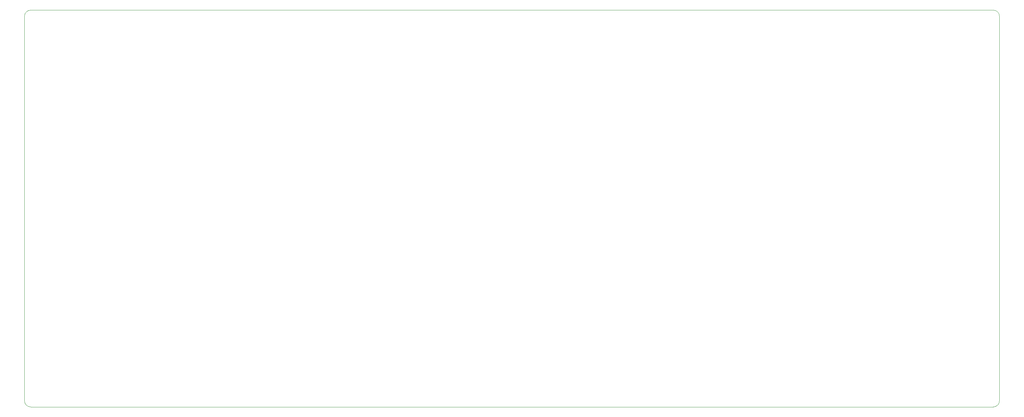
<source format=gbr>
G04 #@! TF.GenerationSoftware,KiCad,Pcbnew,(5.1.5-0-10_14)*
G04 #@! TF.CreationDate,2020-08-31T10:04:04-05:00*
G04 #@! TF.ProjectId,SithZhuyin40,53697468-5a68-4757-9969-6e34302e6b69,rev?*
G04 #@! TF.SameCoordinates,Original*
G04 #@! TF.FileFunction,Profile,NP*
%FSLAX46Y46*%
G04 Gerber Fmt 4.6, Leading zero omitted, Abs format (unit mm)*
G04 Created by KiCad (PCBNEW (5.1.5-0-10_14)) date 2020-08-31 10:04:04*
%MOMM*%
%LPD*%
G04 APERTURE LIST*
%ADD10C,0.050000*%
G04 APERTURE END LIST*
D10*
X32543750Y-46831250D02*
G75*
G02X34131250Y-45243750I1587500J0D01*
G01*
X32543750Y-53181250D02*
X32543750Y-46831250D01*
X43656250Y-45243750D02*
X34131250Y-45243750D01*
X278606250Y-45243750D02*
G75*
G02X280193750Y-46831250I0J-1587500D01*
G01*
X280193750Y-53181250D02*
X280193750Y-46831250D01*
X250031250Y-45243750D02*
X278606250Y-45243750D01*
X280193750Y-144462500D02*
G75*
G02X278606250Y-146050000I-1587500J0D01*
G01*
X34131250Y-146050000D02*
G75*
G02X32543750Y-144462500I0J1587500D01*
G01*
X280193750Y-144462500D02*
X280193750Y-53181250D01*
X34131250Y-146050000D02*
X278606250Y-146050000D01*
X32543750Y-53181250D02*
X32543750Y-144462500D01*
X250031250Y-45243750D02*
X43656250Y-45243750D01*
M02*

</source>
